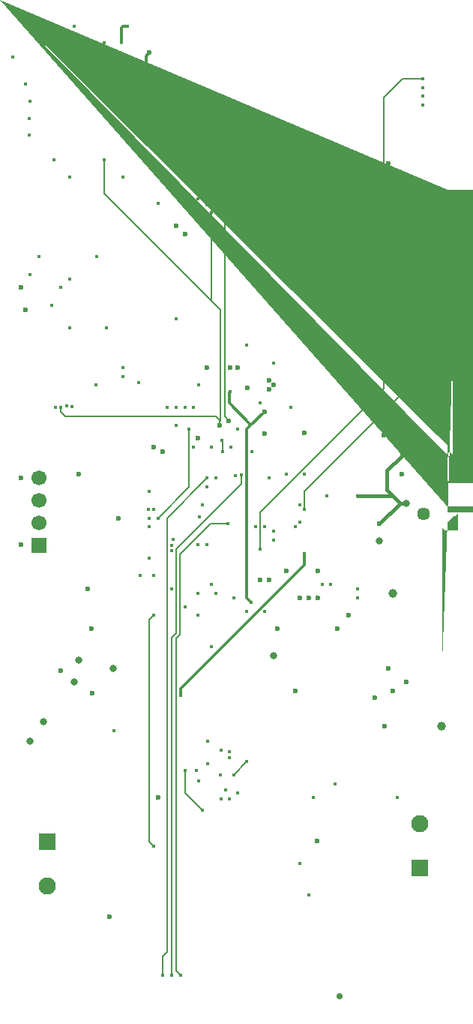
<source format=gbr>
G04 #@! TF.GenerationSoftware,KiCad,Pcbnew,9.0.4*
G04 #@! TF.CreationDate,2025-12-10T12:01:20-06:00*
G04 #@! TF.ProjectId,flightcompv2,666c6967-6874-4636-9f6d-7076322e6b69,rev?*
G04 #@! TF.SameCoordinates,Original*
G04 #@! TF.FileFunction,Copper,L5,Inr*
G04 #@! TF.FilePolarity,Positive*
%FSLAX46Y46*%
G04 Gerber Fmt 4.6, Leading zero omitted, Abs format (unit mm)*
G04 Created by KiCad (PCBNEW 9.0.4) date 2025-12-10 12:01:20*
%MOMM*%
%LPD*%
G01*
G04 APERTURE LIST*
G04 Aperture macros list*
%AMFreePoly0*
4,1,123,1.203536,0.953536,1.205000,0.950000,1.205000,-0.950000,1.203536,-0.953536,1.200000,-0.955000,-0.100000,-0.955000,-0.100192,-0.954996,-0.126192,-0.953996,-0.126383,-0.953985,-0.152383,-0.951985,-0.152573,-0.951967,-0.178573,-0.948967,-0.178944,-0.948910,-0.204944,-0.943910,-0.205167,-0.943862,-0.230167,-0.937862,-0.230300,-0.937828,-0.256300,-0.930828,-0.256756,-0.930682,-0.280756,-0.921682,
-0.280923,-0.921615,-0.304923,-0.911615,-0.305083,-0.911545,-0.329083,-0.900545,-0.329460,-0.900353,-0.352460,-0.887353,-0.352684,-0.887218,-0.396684,-0.859218,-0.397030,-0.858977,-0.418030,-0.842977,-0.418238,-0.842810,-0.438238,-0.825810,-0.438439,-0.825630,-0.457439,-0.807630,-0.457630,-0.807439,-0.475630,-0.788439,-0.475810,-0.788238,-0.492810,-0.768238,-0.492977,-0.768030,-0.508977,-0.747030,
-0.509218,-0.746684,-0.537218,-0.702684,-0.537353,-0.702460,-0.550353,-0.679460,-0.550545,-0.679083,-0.561545,-0.655083,-0.561615,-0.654923,-0.571615,-0.630923,-0.571682,-0.630756,-0.580682,-0.606756,-0.580828,-0.606300,-0.587828,-0.580300,-0.587862,-0.580167,-0.593862,-0.555167,-0.593910,-0.554944,-0.598910,-0.528944,-0.598967,-0.528573,-0.601967,-0.502573,-0.601985,-0.502383,-0.603985,-0.476383,
-0.603996,-0.476192,-0.604996,-0.450192,-0.605000,-0.450000,-0.605000,0.450000,-0.604996,0.450192,-0.603996,0.476192,-0.603985,0.476383,-0.601985,0.502383,-0.601967,0.502573,-0.598967,0.528573,-0.598910,0.528944,-0.593910,0.554944,-0.593862,0.555167,-0.587862,0.580167,-0.587828,0.580300,-0.580828,0.606300,-0.580682,0.606756,-0.571682,0.630756,-0.571615,0.630923,-0.561615,0.654923,
-0.561545,0.655083,-0.550545,0.679083,-0.550353,0.679460,-0.537353,0.702460,-0.537218,0.702684,-0.509218,0.746684,-0.508977,0.747030,-0.492977,0.768030,-0.492810,0.768238,-0.475810,0.788238,-0.475630,0.788439,-0.457630,0.807439,-0.457439,0.807630,-0.438439,0.825630,-0.438238,0.825810,-0.418238,0.842810,-0.418030,0.842977,-0.397030,0.858977,-0.396684,0.859218,-0.352684,0.887218,
-0.352460,0.887353,-0.329460,0.900353,-0.329083,0.900545,-0.305083,0.911545,-0.304923,0.911615,-0.280923,0.921615,-0.280756,0.921682,-0.256756,0.930682,-0.256300,0.930828,-0.230300,0.937828,-0.230167,0.937862,-0.205167,0.943862,-0.204944,0.943910,-0.178944,0.948910,-0.178573,0.948967,-0.152573,0.951967,-0.152383,0.951985,-0.126383,0.953985,-0.126192,0.953996,-0.100192,0.954996,
-0.100000,0.955000,1.200000,0.955000,1.203536,0.953536,1.203536,0.953536,$1*%
%AMFreePoly1*
4,1,123,0.100192,0.954996,0.126192,0.953996,0.126383,0.953985,0.152383,0.951985,0.152573,0.951967,0.178573,0.948967,0.178944,0.948910,0.204944,0.943910,0.205167,0.943862,0.230167,0.937862,0.230300,0.937828,0.256300,0.930828,0.256756,0.930682,0.280756,0.921682,0.280923,0.921615,0.304923,0.911615,0.305083,0.911545,0.329083,0.900545,0.329460,0.900353,0.352460,0.887353,
0.352684,0.887218,0.396684,0.859218,0.397030,0.858977,0.418030,0.842977,0.418238,0.842810,0.438238,0.825810,0.438439,0.825630,0.457439,0.807630,0.457630,0.807439,0.475630,0.788439,0.475810,0.788238,0.492810,0.768238,0.492977,0.768030,0.508977,0.747030,0.509218,0.746684,0.537218,0.702684,0.537353,0.702460,0.550353,0.679460,0.550545,0.679083,0.561545,0.655083,
0.561615,0.654923,0.571615,0.630923,0.571682,0.630756,0.580682,0.606756,0.580828,0.606300,0.587828,0.580300,0.587862,0.580167,0.593862,0.555167,0.593910,0.554944,0.598910,0.528944,0.598967,0.528573,0.601967,0.502573,0.601985,0.502383,0.603985,0.476383,0.603996,0.476192,0.604996,0.450192,0.605000,0.450000,0.605000,-0.450000,0.604996,-0.450192,0.603996,-0.476192,
0.603985,-0.476383,0.601985,-0.502383,0.601967,-0.502573,0.598967,-0.528573,0.598910,-0.528944,0.593910,-0.554944,0.593862,-0.555167,0.587862,-0.580167,0.587828,-0.580300,0.580828,-0.606300,0.580682,-0.606756,0.571682,-0.630756,0.571615,-0.630923,0.561615,-0.654923,0.561545,-0.655083,0.550545,-0.679083,0.550353,-0.679460,0.537353,-0.702460,0.537218,-0.702684,0.509218,-0.746684,
0.508977,-0.747030,0.492977,-0.768030,0.492810,-0.768238,0.475810,-0.788238,0.475630,-0.788439,0.457630,-0.807439,0.457439,-0.807630,0.438439,-0.825630,0.438238,-0.825810,0.418238,-0.842810,0.418030,-0.842977,0.397030,-0.858977,0.396684,-0.859218,0.352684,-0.887218,0.352460,-0.887353,0.329460,-0.900353,0.329083,-0.900545,0.305083,-0.911545,0.304923,-0.911615,0.280923,-0.921615,
0.280756,-0.921682,0.256756,-0.930682,0.256300,-0.930828,0.230300,-0.937828,0.230167,-0.937862,0.205167,-0.943862,0.204944,-0.943910,0.178944,-0.948910,0.178573,-0.948967,0.152573,-0.951967,0.152383,-0.951985,0.126383,-0.953985,0.126192,-0.953996,0.100192,-0.954996,0.100000,-0.955000,-1.200000,-0.955000,-1.203536,-0.953536,-1.205000,-0.950000,-1.205000,0.950000,-1.203536,0.953536,
-1.200000,0.955000,0.100000,0.955000,0.100192,0.954996,0.100192,0.954996,$1*%
G04 Aperture macros list end*
G04 #@! TA.AperFunction,ComponentPad*
%ADD10C,1.450000*%
G04 #@! TD*
G04 #@! TA.AperFunction,ComponentPad*
%ADD11FreePoly0,90.000000*%
G04 #@! TD*
G04 #@! TA.AperFunction,ComponentPad*
%ADD12FreePoly1,90.000000*%
G04 #@! TD*
G04 #@! TA.AperFunction,ComponentPad*
%ADD13R,1.650000X1.650000*%
G04 #@! TD*
G04 #@! TA.AperFunction,ComponentPad*
%ADD14C,1.650000*%
G04 #@! TD*
G04 #@! TA.AperFunction,ComponentPad*
%ADD15R,1.950000X1.950000*%
G04 #@! TD*
G04 #@! TA.AperFunction,ComponentPad*
%ADD16C,1.950000*%
G04 #@! TD*
G04 #@! TA.AperFunction,ComponentPad*
%ADD17R,1.700000X1.700000*%
G04 #@! TD*
G04 #@! TA.AperFunction,ComponentPad*
%ADD18C,1.700000*%
G04 #@! TD*
G04 #@! TA.AperFunction,ViaPad*
%ADD19C,0.600000*%
G04 #@! TD*
G04 #@! TA.AperFunction,ViaPad*
%ADD20C,0.400000*%
G04 #@! TD*
G04 #@! TA.AperFunction,ViaPad*
%ADD21C,0.800000*%
G04 #@! TD*
G04 #@! TA.AperFunction,ViaPad*
%ADD22C,1.000000*%
G04 #@! TD*
G04 #@! TA.AperFunction,ViaPad*
%ADD23C,0.700000*%
G04 #@! TD*
G04 #@! TA.AperFunction,Conductor*
%ADD24C,0.400000*%
G04 #@! TD*
G04 #@! TA.AperFunction,Conductor*
%ADD25C,0.300000*%
G04 #@! TD*
G04 #@! TA.AperFunction,Conductor*
%ADD26C,0.200000*%
G04 #@! TD*
G04 APERTURE END LIST*
D10*
X201975000Y-93500000D03*
X201975000Y-88500000D03*
D11*
X204675000Y-94500000D03*
D12*
X204675000Y-87500000D03*
D13*
X201195000Y-62000000D03*
D14*
X201195000Y-65500000D03*
X201195000Y-69000000D03*
X201195000Y-72500000D03*
D15*
X159500000Y-130500000D03*
D16*
X159500000Y-135500000D03*
D17*
X158500000Y-97120000D03*
D18*
X158500000Y-94580000D03*
X158500000Y-92040000D03*
X158500000Y-89500000D03*
D15*
X201500000Y-133500000D03*
D16*
X201500000Y-128500000D03*
D19*
X188000000Y-103000000D03*
D20*
X172000000Y-58500000D03*
D19*
X189000000Y-103000000D03*
D20*
X173500000Y-102000000D03*
X165900000Y-40400000D03*
X162500000Y-38500000D03*
D19*
X164446500Y-106500000D03*
X184500000Y-78500000D03*
D20*
X176500000Y-58000000D03*
D19*
X198000000Y-56000000D03*
D20*
X178500000Y-102500000D03*
D19*
X199500000Y-62500000D03*
X190014074Y-103000000D03*
D20*
X164000000Y-40400000D03*
D19*
X156500000Y-97000000D03*
X185000000Y-79000000D03*
D20*
X180071238Y-125704998D03*
D19*
X172500000Y-86500000D03*
X184000000Y-84500000D03*
X184500000Y-101000000D03*
D20*
X179071238Y-120204998D03*
X167980000Y-77020000D03*
D19*
X174000000Y-61000000D03*
X156500000Y-68000000D03*
X176500000Y-85000000D03*
D20*
X186500000Y-89000000D03*
X160000000Y-70000000D03*
X157000000Y-45000000D03*
X176000000Y-86000000D03*
D19*
X184500000Y-79500000D03*
D20*
X157500000Y-47000000D03*
D19*
X197000000Y-94610000D03*
D20*
X194510000Y-91500000D03*
D21*
X200000000Y-92305000D03*
D19*
X198851000Y-81351000D03*
D21*
X185000000Y-109500000D03*
X166950001Y-111000000D03*
D19*
X184000000Y-82000000D03*
D20*
X180100000Y-79700000D03*
X182500000Y-103500000D03*
X184000000Y-95000000D03*
X181000000Y-84000000D03*
X176646446Y-93853554D03*
X184500000Y-89500000D03*
X188000000Y-94500000D03*
X184000000Y-104500000D03*
X172500000Y-145578400D03*
X177500000Y-89500000D03*
X181362139Y-89134078D03*
X173500001Y-145578400D03*
X174499999Y-145578400D03*
X179896446Y-94603554D03*
X169995675Y-100495675D03*
X178500000Y-89500000D03*
X189000000Y-136500000D03*
X180503000Y-103000000D03*
X187500000Y-95000000D03*
D19*
X187500000Y-113500000D03*
D20*
X192000000Y-124000000D03*
X199000000Y-125500000D03*
X174500000Y-114000000D03*
X188500000Y-98000000D03*
X182550000Y-86500000D03*
X176000000Y-81500000D03*
X174000000Y-81500000D03*
X174000000Y-83500000D03*
X185000000Y-96500000D03*
X173000000Y-81500000D03*
X175000000Y-81500000D03*
X180200000Y-86000000D03*
X185000000Y-95500000D03*
X166117811Y-72500000D03*
X173487858Y-97043543D03*
X175000000Y-104000000D03*
X176500000Y-105000000D03*
X177571238Y-121704998D03*
X181000000Y-125000000D03*
X176349000Y-122500000D03*
X177000000Y-127000000D03*
X175000000Y-122500000D03*
X177500000Y-97000000D03*
X179000000Y-123000000D03*
X178000000Y-108500000D03*
X180000000Y-121029998D03*
X173505142Y-97693316D03*
X179570860Y-124710290D03*
X176571238Y-123704998D03*
X173662454Y-96417428D03*
X180500000Y-123000000D03*
X182000000Y-104500000D03*
X182000000Y-121500000D03*
X180750000Y-89250000D03*
X179150000Y-85250000D03*
X178000000Y-59500000D03*
X161000000Y-81500000D03*
D19*
X178950437Y-83501983D03*
D20*
X165900000Y-53600000D03*
X179250000Y-86500000D03*
D19*
X179953205Y-83000000D03*
D20*
X179000000Y-62500000D03*
X170600000Y-48900000D03*
X177000000Y-92500000D03*
X176500000Y-97000000D03*
X162000000Y-55500000D03*
X177500000Y-90500000D03*
X162286800Y-81400000D03*
X178000000Y-101500000D03*
X171000000Y-91000000D03*
X171500000Y-105000000D03*
X171500000Y-131000000D03*
X170899997Y-93000000D03*
D19*
X172000000Y-125500000D03*
D20*
X177500000Y-60000000D03*
X183500000Y-81000000D03*
D19*
X197500000Y-84600000D03*
D20*
X178000000Y-86000000D03*
D19*
X190000000Y-100000000D03*
D20*
X175500000Y-57500000D03*
X188500000Y-89000000D03*
D19*
X186450000Y-100000000D03*
X198500000Y-113500000D03*
D20*
X171000000Y-98500000D03*
X167000000Y-118000000D03*
D19*
X202500000Y-76000000D03*
X180100000Y-77000000D03*
D20*
X162000000Y-67000000D03*
X160200000Y-53600000D03*
X177571238Y-119204998D03*
D19*
X161000000Y-111250001D03*
D21*
X162500000Y-112500000D03*
X163000000Y-110000000D03*
D19*
X175000000Y-61980000D03*
D20*
X171500000Y-100500000D03*
X180051238Y-120369998D03*
D19*
X157000000Y-70480000D03*
D20*
X171000000Y-95000000D03*
X191000000Y-91500000D03*
D19*
X199500000Y-89000000D03*
X171500000Y-86000000D03*
D20*
X157500000Y-66500000D03*
X174000000Y-71520000D03*
D19*
X167500000Y-94000000D03*
D22*
X198500000Y-102500000D03*
D20*
X188000000Y-133000000D03*
X194500000Y-102000000D03*
X170600000Y-50800000D03*
X168000000Y-55500000D03*
X167800000Y-40300000D03*
D21*
X157500000Y-119150000D03*
D20*
X176577500Y-79000000D03*
D19*
X196500000Y-114275000D03*
D20*
X177461538Y-58662500D03*
D19*
X164000000Y-102000000D03*
X166500000Y-139000000D03*
D20*
X155600000Y-42000000D03*
D19*
X189907800Y-130439800D03*
D23*
X192500000Y-148000000D03*
D20*
X171500000Y-93000000D03*
X165000000Y-79000000D03*
X158500000Y-64500000D03*
X168500000Y-38500000D03*
D19*
X198000000Y-54000000D03*
X192225000Y-106500000D03*
D20*
X187000000Y-81500000D03*
D19*
X193500000Y-105000000D03*
X181000000Y-77000000D03*
D20*
X190510000Y-101500000D03*
D19*
X171000000Y-41500000D03*
D20*
X162000000Y-72500000D03*
D19*
X164500000Y-113775000D03*
D20*
X157400000Y-50800000D03*
X189500000Y-125510000D03*
D19*
X185490000Y-106500000D03*
D20*
X161000000Y-68000000D03*
X185000000Y-76500000D03*
X176500000Y-102500000D03*
D19*
X197600000Y-117500000D03*
D20*
X179071238Y-125704998D03*
D19*
X156500000Y-89500000D03*
D20*
X170600000Y-43200000D03*
D21*
X197000000Y-96550000D03*
D19*
X182100000Y-79325000D03*
D20*
X160399997Y-81500000D03*
X194500000Y-103000000D03*
D19*
X163000000Y-89000000D03*
D20*
X160500000Y-38500000D03*
X193000000Y-75500000D03*
D19*
X177500000Y-77000000D03*
D20*
X165040000Y-64500000D03*
X168000000Y-78000000D03*
D19*
X198000000Y-111000000D03*
D20*
X191500000Y-101500000D03*
D19*
X200000000Y-112500000D03*
X188500000Y-84400000D03*
X183540000Y-101000000D03*
D20*
X161637380Y-81372524D03*
X157400000Y-48900000D03*
X188000000Y-92500000D03*
X188500000Y-93000000D03*
X201891550Y-44405050D03*
X183500000Y-97500000D03*
X175500000Y-84000000D03*
X172000000Y-94000000D03*
X201891550Y-46405049D03*
D22*
X204000000Y-117500000D03*
D21*
X159000000Y-117000000D03*
D20*
X171000000Y-94000000D03*
X201891550Y-45405051D03*
X169766060Y-78733937D03*
X183000000Y-95000000D03*
X201891550Y-47405050D03*
X182000000Y-65500000D03*
X182000000Y-74500000D03*
D24*
X197849000Y-90849000D02*
X198500000Y-91500000D01*
X199500000Y-82149000D02*
X199500000Y-87000000D01*
X194510000Y-91500000D02*
X198500000Y-91500000D01*
X198851000Y-81500000D02*
X199500000Y-82149000D01*
X199305000Y-92305000D02*
X198500000Y-91500000D01*
X197849000Y-88651000D02*
X197849000Y-90849000D01*
X199500000Y-87000000D02*
X197849000Y-88651000D01*
X199305000Y-92305000D02*
X200000000Y-92305000D01*
X199305000Y-92305000D02*
X197000000Y-94610000D01*
D25*
X198851000Y-81351000D02*
X198851000Y-81500000D01*
X180000000Y-81000000D02*
X180000000Y-79800000D01*
X180000000Y-79800000D02*
X180100000Y-79700000D01*
X182349000Y-83651000D02*
X184000000Y-82000000D01*
X182500000Y-103500000D02*
X182000000Y-103000000D01*
X182000000Y-103000000D02*
X182000000Y-84000000D01*
X182000000Y-84000000D02*
X182349000Y-83651000D01*
X182349000Y-83349000D02*
X180000000Y-81000000D01*
X182349000Y-83651000D02*
X182349000Y-83349000D01*
D26*
X173000000Y-107000000D02*
X172986858Y-106986858D01*
X173000000Y-143000000D02*
X173000000Y-107000000D01*
X172986858Y-106986858D02*
X172986858Y-94013142D01*
X172500000Y-143500000D02*
X173000000Y-143000000D01*
X172500000Y-145578400D02*
X172500000Y-143500000D01*
X172986858Y-94013142D02*
X177500000Y-89500000D01*
X173500001Y-145578400D02*
X173500000Y-145578399D01*
X174006142Y-106993858D02*
X174006142Y-97493858D01*
X173500000Y-107500000D02*
X174006142Y-106993858D01*
X173500000Y-145578399D02*
X173500000Y-107500000D01*
X181362139Y-90137861D02*
X181362139Y-89134078D01*
X174006142Y-97493858D02*
X181362139Y-90137861D01*
X174000000Y-107567100D02*
X174407142Y-107159958D01*
X174000000Y-145078401D02*
X174000000Y-107567100D01*
X174407142Y-107159958D02*
X174407142Y-98092858D01*
X174407142Y-98092858D02*
X177896446Y-94603554D01*
X174499999Y-145578400D02*
X174000000Y-145078401D01*
X177896446Y-94603554D02*
X179896446Y-94603554D01*
D25*
X174500000Y-113220768D02*
X185169768Y-102551000D01*
X188500000Y-99279232D02*
X188500000Y-98000000D01*
X185169768Y-102551000D02*
X185228232Y-102551000D01*
X174500000Y-114000000D02*
X174500000Y-113220768D01*
X185228232Y-102551000D02*
X188500000Y-99279232D01*
D26*
X177000000Y-127000000D02*
X175000000Y-125000000D01*
X175000000Y-125000000D02*
X175000000Y-122500000D01*
X180500000Y-123000000D02*
X182000000Y-121500000D01*
X165900000Y-53600000D02*
X165900000Y-57400000D01*
X178250000Y-69750000D02*
X179000000Y-70500000D01*
X161000000Y-82000000D02*
X161500000Y-82500000D01*
X179250000Y-85500000D02*
X179250000Y-85350000D01*
X179250000Y-85500000D02*
X179250000Y-85250000D01*
X178510000Y-82500000D02*
X179000000Y-82990000D01*
X179250000Y-86500000D02*
X179250000Y-85500000D01*
X178000000Y-69500000D02*
X178250000Y-69750000D01*
X179000000Y-82990000D02*
X178950437Y-83039563D01*
X161000000Y-81500000D02*
X161000000Y-82000000D01*
X179000000Y-70500000D02*
X179000000Y-82990000D01*
X178000000Y-59500000D02*
X178000000Y-69500000D01*
X179250000Y-85350000D02*
X179150000Y-85250000D01*
X165900000Y-57400000D02*
X178250000Y-69750000D01*
X161500000Y-82500000D02*
X178510000Y-82500000D01*
X178950437Y-83039563D02*
X178950437Y-83501983D01*
X179500000Y-82546795D02*
X179500000Y-63000000D01*
X170600000Y-48900000D02*
X177900000Y-48900000D01*
X177900000Y-48900000D02*
X179500000Y-50500000D01*
X179953205Y-83000000D02*
X179500000Y-82546795D01*
X179500000Y-50500000D02*
X179500000Y-63000000D01*
D25*
X179000000Y-62500000D02*
X179500000Y-63000000D01*
D26*
X171000000Y-105500000D02*
X171500000Y-105000000D01*
X171500000Y-131000000D02*
X171000000Y-130500000D01*
X171000000Y-130500000D02*
X171000000Y-105500000D01*
D25*
X167800000Y-40400000D02*
X167800000Y-40300000D01*
X167800000Y-38700000D02*
X168000000Y-38500000D01*
X168000000Y-38500000D02*
X168500000Y-38500000D01*
X167800000Y-40300000D02*
X167800000Y-38700000D01*
X170600000Y-41900000D02*
X170600000Y-43200000D01*
X171000000Y-41500000D02*
X170600000Y-41900000D01*
D26*
X188500000Y-91000000D02*
X198300000Y-81200000D01*
X188500000Y-93000000D02*
X188500000Y-91000000D01*
X198300000Y-81122768D02*
X198622768Y-80800000D01*
X198622768Y-80800000D02*
X198700000Y-80800000D01*
X199500000Y-80000000D02*
X199500000Y-70695000D01*
X199500000Y-70695000D02*
X201195000Y-69000000D01*
X198300000Y-81200000D02*
X198300000Y-81122768D01*
X198700000Y-80800000D02*
X199500000Y-80000000D01*
X183500000Y-93362189D02*
X183500000Y-97500000D01*
X197449000Y-46551000D02*
X197449000Y-79413189D01*
X201891550Y-44405050D02*
X199594950Y-44405050D01*
X199594950Y-44405050D02*
X197449000Y-46551000D01*
X197449000Y-79413189D02*
X183500000Y-93362189D01*
X175500000Y-90500000D02*
X175500000Y-84000000D01*
X172000000Y-94000000D02*
X175500000Y-90500000D01*
M02*

</source>
